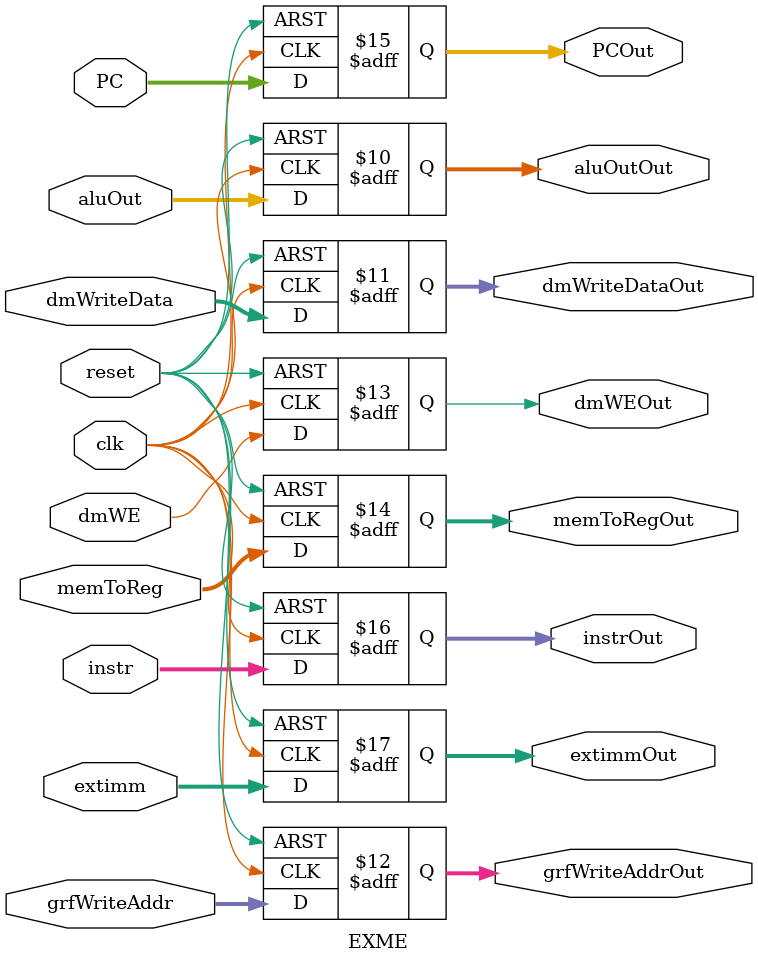
<source format=v>
`timescale 1ns / 1ps
module EXME(
	 input clk,
	 input reset,
    input [31:0] aluOut,
    input [31:0] dmWriteData,
    input [4:0] grfWriteAddr,
    input dmWE,
    input [1:0] memToReg,
    input [31:0] PC,
    input [31:0] instr,
	 input [31:0] extimm,
    output reg [31:0] aluOutOut=0,
    output reg [31:0] dmWriteDataOut=0,
    output reg [4:0] grfWriteAddrOut=0,
    output reg dmWEOut=0,
    output reg [1:0] memToRegOut=0,
    output reg [31:0] PCOut=0,
    output reg [31:0] instrOut=0,
	 output reg [31:0] extimmOut=0
    );
	 always@(posedge clk or posedge reset)begin
	     if(reset)begin
				aluOutOut<=0;
				dmWriteDataOut<=0;
				grfWriteAddrOut<=0;
				dmWEOut<=0;
				memToRegOut<=0;
				PCOut<=0;
				instrOut<=0;
				extimmOut<=0;
		  end
		  else begin
				aluOutOut<=aluOut;
				dmWriteDataOut<=dmWriteData;
				grfWriteAddrOut<=grfWriteAddr;
				dmWEOut<=dmWE;
				memToRegOut<=memToReg;
				PCOut<=PC;
				instrOut<=instr;
				extimmOut<=extimm;
		  end
	 end
	 


endmodule
</source>
